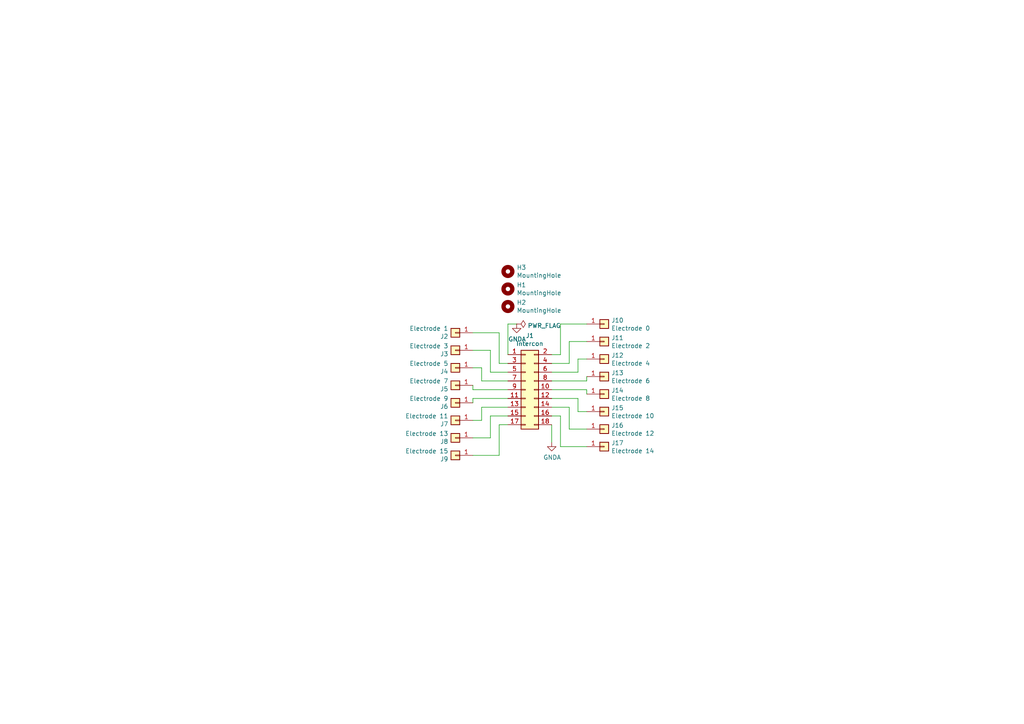
<source format=kicad_sch>
(kicad_sch (version 20211123) (generator eeschema)
  (paper "A4")
  (lib_symbols
    (symbol "Connector_Generic:Conn_01x01" (pin_names (offset 1.016) hide)
      (property "Reference" "J" (at 0 2.54 0))
      (property "Value" "Conn_01x01" (at 0 -2.54 0))
      (symbol "Conn_01x01_1_1"
        (rectangle (start -1.27 0.127) (end 0 -0.127) (stroke (width 0.1524)))
        (rectangle (start -1.27 1.27) (end 1.27 -1.27) (stroke (width 0.254)) (fill (type background)))
        (pin passive line (at -5.08 0 0) (length 3.81) (name "Pin_1") (number "1"))
      )
    )
    (symbol "Connector_Generic:Conn_02x09_Odd_Even" (pin_names (offset 1.016) hide)
      (property "Reference" "J" (at 1.27 12.7 0))
      (property "Value" "Conn_02x09_Odd_Even" (at 1.27 -12.7 0))
      (symbol "Conn_02x09_Odd_Even_1_1"
        (rectangle (start -1.27 -10.033) (end 0 -10.287) (stroke (width 0.1524)))
        (rectangle (start -1.27 -7.493) (end 0 -7.747) (stroke (width 0.1524)))
        (rectangle (start -1.27 -4.953) (end 0 -5.207) (stroke (width 0.1524)))
        (rectangle (start -1.27 -2.413) (end 0 -2.667) (stroke (width 0.1524)))
        (rectangle (start -1.27 0.127) (end 0 -0.127) (stroke (width 0.1524)))
        (rectangle (start -1.27 2.667) (end 0 2.413) (stroke (width 0.1524)))
        (rectangle (start -1.27 5.207) (end 0 4.953) (stroke (width 0.1524)))
        (rectangle (start -1.27 7.747) (end 0 7.493) (stroke (width 0.1524)))
        (rectangle (start -1.27 10.287) (end 0 10.033) (stroke (width 0.1524)))
        (rectangle (start -1.27 11.43) (end 3.81 -11.43) (stroke (width 0.254)) (fill (type background)))
        (rectangle (start 3.81 -10.033) (end 2.54 -10.287) (stroke (width 0.1524)))
        (rectangle (start 3.81 -7.493) (end 2.54 -7.747) (stroke (width 0.1524)))
        (rectangle (start 3.81 -4.953) (end 2.54 -5.207) (stroke (width 0.1524)))
        (rectangle (start 3.81 -2.413) (end 2.54 -2.667) (stroke (width 0.1524)))
        (rectangle (start 3.81 0.127) (end 2.54 -0.127) (stroke (width 0.1524)))
        (rectangle (start 3.81 2.667) (end 2.54 2.413) (stroke (width 0.1524)))
        (rectangle (start 3.81 5.207) (end 2.54 4.953) (stroke (width 0.1524)))
        (rectangle (start 3.81 7.747) (end 2.54 7.493) (stroke (width 0.1524)))
        (rectangle (start 3.81 10.287) (end 2.54 10.033) (stroke (width 0.1524)))
        (pin passive line (at -5.08 10.16 0) (length 3.81) (name "Pin_1") (number "1"))
        (pin passive line (at 7.62 0 180) (length 3.81) (name "Pin_10") (number "10"))
        (pin passive line (at -5.08 -2.54 0) (length 3.81) (name "Pin_11") (number "11"))
        (pin passive line (at 7.62 -2.54 180) (length 3.81) (name "Pin_12") (number "12"))
        (pin passive line (at -5.08 -5.08 0) (length 3.81) (name "Pin_13") (number "13"))
        (pin passive line (at 7.62 -5.08 180) (length 3.81) (name "Pin_14") (number "14"))
        (pin passive line (at -5.08 -7.62 0) (length 3.81) (name "Pin_15") (number "15"))
        (pin passive line (at 7.62 -7.62 180) (length 3.81) (name "Pin_16") (number "16"))
        (pin passive line (at -5.08 -10.16 0) (length 3.81) (name "Pin_17") (number "17"))
        (pin passive line (at 7.62 -10.16 180) (length 3.81) (name "Pin_18") (number "18"))
        (pin passive line (at 7.62 10.16 180) (length 3.81) (name "Pin_2") (number "2"))
        (pin passive line (at -5.08 7.62 0) (length 3.81) (name "Pin_3") (number "3"))
        (pin passive line (at 7.62 7.62 180) (length 3.81) (name "Pin_4") (number "4"))
        (pin passive line (at -5.08 5.08 0) (length 3.81) (name "Pin_5") (number "5"))
        (pin passive line (at 7.62 5.08 180) (length 3.81) (name "Pin_6") (number "6"))
        (pin passive line (at -5.08 2.54 0) (length 3.81) (name "Pin_7") (number "7"))
        (pin passive line (at 7.62 2.54 180) (length 3.81) (name "Pin_8") (number "8"))
        (pin passive line (at -5.08 0 0) (length 3.81) (name "Pin_9") (number "9"))
      )
    )
    (symbol "Mechanical:MountingHole" (pin_names (offset 1.016))
      (property "Reference" "H" (at 0 5.08 0))
      (property "Value" "MountingHole" (at 0 3.175 0))
      (symbol "MountingHole_0_1"
        (circle (center 0 0) (radius 1.27) (stroke (width 1.27)))
      )
    )
    (symbol "power:GNDA" (power) (pin_names (offset 0))
      (property "Value" "GNDA" (at 0 -3.81 0))
      (symbol "GNDA_0_1"
        (polyline (pts (xy 0 0) (xy 0 -1.27) (xy 1.27 -1.27) (xy 0 -2.54) (xy -1.27 -1.27) (xy 0 -1.27)))
      )
      (symbol "GNDA_1_1"
        (pin power_in line (at 0 0 270) (length 0) hide (name "GNDA") (number "1"))
      )
    )
    (symbol "power:PWR_FLAG" (power) (pin_numbers hide) (pin_names (offset 0) hide)
      (property "Value" "PWR_FLAG" (at 0 3.81 0))
      (symbol "PWR_FLAG_0_0"
        (pin power_out line (at 0 0 90) (length 0) (name "pwr") (number "1"))
      )
      (symbol "PWR_FLAG_0_1"
        (polyline (pts (xy 0 0) (xy 0 1.27) (xy -1.016 1.905) (xy 0 2.54) (xy 1.016 1.905) (xy 0 1.27)))
      )
    )
  )
  (wire (pts (xy 137.16 132.08) (xy 144.78 132.08)))
  (wire (pts (xy 167.64 119.38) (xy 170.18 119.38)))
  (wire (pts (xy 137.16 113.03) (xy 147.32 113.03)))
  (wire (pts (xy 165.1 99.06) (xy 170.18 99.06)))
  (wire (pts (xy 162.56 120.65) (xy 160.02 120.65)))
  (wire (pts (xy 160.02 115.57) (xy 167.64 115.57)))
  (wire (pts (xy 137.16 127) (xy 142.24 127)))
  (wire (pts (xy 147.32 123.19) (xy 144.78 123.19)))
  (wire (pts (xy 160.02 102.87) (xy 162.56 102.87)))
  (wire (pts (xy 147.32 93.98) (xy 149.86 93.98)))
  (wire (pts (xy 137.16 113.03) (xy 137.16 111.76)))
  (wire (pts (xy 139.7 118.11) (xy 139.7 121.92)))
  (wire (pts (xy 160.02 113.03) (xy 170.18 113.03)))
  (wire (pts (xy 160.02 105.41) (xy 165.1 105.41)))
  (wire (pts (xy 167.64 104.14) (xy 170.18 104.14)))
  (wire (pts (xy 147.32 102.87) (xy 147.32 93.98)))
  (wire (pts (xy 139.7 110.49) (xy 139.7 106.68)))
  (wire (pts (xy 139.7 106.68) (xy 137.16 106.68)))
  (wire (pts (xy 137.16 115.57) (xy 147.32 115.57)))
  (wire (pts (xy 144.78 123.19) (xy 144.78 132.08)))
  (wire (pts (xy 139.7 110.49) (xy 147.32 110.49)))
  (wire (pts (xy 139.7 118.11) (xy 147.32 118.11)))
  (wire (pts (xy 160.02 123.19) (xy 160.02 128.27)))
  (wire (pts (xy 142.24 101.6) (xy 142.24 107.95)))
  (wire (pts (xy 162.56 120.65) (xy 162.56 129.54)))
  (wire (pts (xy 137.16 96.52) (xy 144.78 96.52)))
  (wire (pts (xy 165.1 105.41) (xy 165.1 99.06)))
  (wire (pts (xy 160.02 110.49) (xy 170.18 110.49)))
  (wire (pts (xy 167.64 115.57) (xy 167.64 119.38)))
  (wire (pts (xy 142.24 107.95) (xy 147.32 107.95)))
  (wire (pts (xy 170.18 113.03) (xy 170.18 114.3)))
  (wire (pts (xy 162.56 129.54) (xy 170.18 129.54)))
  (wire (pts (xy 144.78 105.41) (xy 147.32 105.41)))
  (wire (pts (xy 137.16 121.92) (xy 139.7 121.92)))
  (wire (pts (xy 137.16 115.57) (xy 137.16 116.84)))
  (wire (pts (xy 162.56 102.87) (xy 162.56 93.98)))
  (wire (pts (xy 170.18 110.49) (xy 170.18 109.22)))
  (wire (pts (xy 165.1 124.46) (xy 170.18 124.46)))
  (wire (pts (xy 137.16 101.6) (xy 142.24 101.6)))
  (wire (pts (xy 142.24 120.65) (xy 147.32 120.65)))
  (wire (pts (xy 142.24 120.65) (xy 142.24 127)))
  (wire (pts (xy 167.64 107.95) (xy 167.64 104.14)))
  (wire (pts (xy 144.78 96.52) (xy 144.78 105.41)))
  (wire (pts (xy 162.56 93.98) (xy 170.18 93.98)))
  (wire (pts (xy 160.02 107.95) (xy 167.64 107.95)))
  (wire (pts (xy 160.02 118.11) (xy 165.1 118.11)))
  (wire (pts (xy 165.1 118.11) (xy 165.1 124.46)))
  (symbol (lib_id "Connector_Generic:Conn_01x01") (at 132.08 96.52 180) (unit 1)
    (property "Reference" "J2" (at 130.048 97.5868 0) (effects (justify left)))
    (property "Value" "Electrode 1" (at 130.048 95.2754 0) (effects (justify left)))
    (property "Footprint" "private:CapSense_Electrode_25x44mm" (effects hide))
  )
  (symbol (lib_id "Connector_Generic:Conn_01x01") (at 175.26 93.98 0) (unit 1)
    (property "Reference" "J10" (at 177.292 92.9132 0) (effects (justify left)))
    (property "Value" "Electrode 0" (at 177.292 95.2246 0) (effects (justify left)))
    (property "Footprint" "private:CapSense_Electrode_25x44mm" (effects hide))
  )
  (symbol (lib_id "Connector_Generic:Conn_01x01") (at 132.08 101.6 180) (unit 1)
    (property "Reference" "J3" (at 130.048 102.6668 0) (effects (justify left)))
    (property "Value" "Electrode 3" (at 130.048 100.3554 0) (effects (justify left)))
    (property "Footprint" "private:CapSense_Electrode_25x44mm" (effects hide))
  )
  (symbol (lib_id "Connector_Generic:Conn_01x01") (at 175.26 99.06 0) (unit 1)
    (property "Reference" "J11" (at 177.292 97.9932 0) (effects (justify left)))
    (property "Value" "Electrode 2" (at 177.292 100.3046 0) (effects (justify left)))
    (property "Footprint" "private:CapSense_Electrode_25x44mm" (effects hide))
  )
  (symbol (lib_id "Connector_Generic:Conn_01x01") (at 132.08 106.68 180) (unit 1)
    (property "Reference" "J4" (at 130.048 107.7468 0) (effects (justify left)))
    (property "Value" "Electrode 5" (at 130.048 105.4354 0) (effects (justify left)))
    (property "Footprint" "private:CapSense_Electrode_25x44mm" (effects hide))
  )
  (symbol (lib_id "Connector_Generic:Conn_01x01") (at 175.26 104.14 0) (unit 1)
    (property "Reference" "J12" (at 177.292 103.0732 0) (effects (justify left)))
    (property "Value" "Electrode 4" (at 177.292 105.3846 0) (effects (justify left)))
    (property "Footprint" "private:CapSense_Electrode_25x44mm" (effects hide))
  )
  (symbol (lib_id "Connector_Generic:Conn_01x01") (at 132.08 111.76 180) (unit 1)
    (property "Reference" "J5" (at 130.048 112.8268 0) (effects (justify left)))
    (property "Value" "Electrode 7" (at 130.048 110.5154 0) (effects (justify left)))
    (property "Footprint" "private:CapSense_Electrode_25x44mm" (effects hide))
  )
  (symbol (lib_id "Connector_Generic:Conn_01x01") (at 175.26 109.22 0) (unit 1)
    (property "Reference" "J13" (at 177.292 108.1532 0) (effects (justify left)))
    (property "Value" "Electrode 6" (at 177.292 110.4646 0) (effects (justify left)))
    (property "Footprint" "private:CapSense_Electrode_25x44mm" (effects hide))
  )
  (symbol (lib_id "Connector_Generic:Conn_01x01") (at 132.08 116.84 180) (unit 1)
    (property "Reference" "J6" (at 130.048 117.9068 0) (effects (justify left)))
    (property "Value" "Electrode 9" (at 130.048 115.5954 0) (effects (justify left)))
    (property "Footprint" "private:CapSense_Electrode_25x44mm" (effects hide))
  )
  (symbol (lib_id "Connector_Generic:Conn_01x01") (at 175.26 114.3 0) (unit 1)
    (property "Reference" "J14" (at 177.292 113.2332 0) (effects (justify left)))
    (property "Value" "Electrode 8" (at 177.292 115.5446 0) (effects (justify left)))
    (property "Footprint" "private:CapSense_Electrode_25x44mm" (effects hide))
  )
  (symbol (lib_id "Connector_Generic:Conn_01x01") (at 132.08 121.92 180) (unit 1)
    (property "Reference" "J7" (at 130.048 122.9868 0) (effects (justify left)))
    (property "Value" "Electrode 11" (at 130.048 120.6754 0) (effects (justify left)))
    (property "Footprint" "private:CapSense_Electrode_25x44mm" (effects hide))
  )
  (symbol (lib_id "Connector_Generic:Conn_01x01") (at 175.26 119.38 0) (unit 1)
    (property "Reference" "J15" (at 177.292 118.3132 0) (effects (justify left)))
    (property "Value" "Electrode 10" (at 177.292 120.6246 0) (effects (justify left)))
    (property "Footprint" "private:CapSense_Electrode_25x44mm" (effects hide))
  )
  (symbol (lib_id "Connector_Generic:Conn_01x01") (at 132.08 127 180) (unit 1)
    (property "Reference" "J8" (at 130.048 128.0668 0) (effects (justify left)))
    (property "Value" "Electrode 13" (at 130.048 125.7554 0) (effects (justify left)))
    (property "Footprint" "private:CapSense_Electrode_25x44mm" (effects hide))
  )
  (symbol (lib_id "Connector_Generic:Conn_01x01") (at 175.26 124.46 0) (unit 1)
    (property "Reference" "J16" (at 177.292 123.3932 0) (effects (justify left)))
    (property "Value" "Electrode 12" (at 177.292 125.7046 0) (effects (justify left)))
    (property "Footprint" "private:CapSense_Electrode_25x44mm" (effects hide))
  )
  (symbol (lib_id "Connector_Generic:Conn_01x01") (at 132.08 132.08 180) (unit 1)
    (property "Reference" "J9" (at 130.048 133.1468 0) (effects (justify left)))
    (property "Value" "Electrode 15" (at 130.048 130.8354 0) (effects (justify left)))
    (property "Footprint" "private:CapSense_Electrode_25x44mm" (effects hide))
  )
  (symbol (lib_id "Connector_Generic:Conn_01x01") (at 175.26 129.54 0) (unit 1)
    (property "Reference" "J17" (at 177.292 128.4732 0) (effects (justify left)))
    (property "Value" "Electrode 14" (at 177.292 130.7846 0) (effects (justify left)))
    (property "Footprint" "private:CapSense_Electrode_25x44mm" (effects hide))
  )
  (symbol (lib_id "Connector_Generic:Conn_02x09_Odd_Even") (at 152.4 113.03 0) (unit 1)
    (property "Reference" "J1" (at 153.67 97.3582 0))
    (property "Value" "Intercon" (at 153.67 99.6696 0))
    (property "Footprint" "Connector_PinHeader_2.54mm:PinHeader_2x09_P2.54mm_Vertical_SMD" (effects hide))
  )
  (symbol (lib_id "power:GNDA") (at 149.86 93.98 0) (unit 1)
    (property "Reference" "#PWR01" (effects hide))
    (property "Value" "GNDA" (at 149.987 98.3742 0))
  )
  (symbol (lib_id "power:GNDA") (at 160.02 128.27 0) (unit 1)
    (property "Reference" "#PWR02" (effects hide))
    (property "Value" "GNDA" (at 160.147 132.6642 0))
  )
  (symbol (lib_id "Mechanical:MountingHole") (at 147.32 88.9 0) (unit 1)
    (property "Reference" "H2" (at 149.86 87.7316 0) (effects (justify left)))
    (property "Value" "MountingHole" (at 149.86 90.043 0) (effects (justify left)))
    (property "Footprint" "MountingHole:MountingHole_3.2mm_M3_ISO7380" (effects hide))
  )
  (symbol (lib_id "Mechanical:MountingHole") (at 147.32 83.82 0) (unit 1)
    (property "Reference" "H1" (at 149.86 82.6516 0) (effects (justify left)))
    (property "Value" "MountingHole" (at 149.86 84.963 0) (effects (justify left)))
    (property "Footprint" "MountingHole:MountingHole_3.2mm_M3_ISO7380" (effects hide))
  )
  (symbol (lib_id "Mechanical:MountingHole") (at 147.32 78.74 0) (unit 1)
    (property "Reference" "H3" (at 149.86 77.5716 0) (effects (justify left)))
    (property "Value" "MountingHole" (at 149.86 79.883 0) (effects (justify left)))
    (property "Footprint" "MountingHole:MountingHole_3.2mm_M3_ISO7380" (effects hide))
  )
  (symbol (lib_id "power:PWR_FLAG") (at 149.86 93.98 270) (unit 1)
    (property "Reference" "#FLG0101" (effects hide))
    (property "Value" "PWR_FLAG" (at 153.035 94.459 90) (effects (justify left)))
  )
)
</source>
